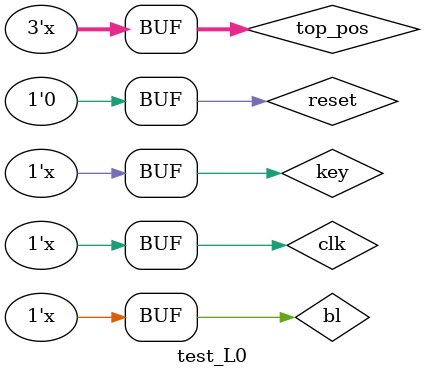
<source format=v>
module L0(Clock, Reset, BL, KEY, TOP_POS, lighton, pt);
	input Clock, Reset, BL, KEY;
	input [2:0] TOP_POS;  //position of the top light
	output lighton; // whether this light should lit
	output signed [3:0] pt; // the points

	wire [1:0] PS;
	reg [1:0] NS;
	
	reg lighton;
	reg [3:0] pt;
	
	parameter [1:0] OFF = 2'b00, ON = 2'b01, PRESS = 2'b10;
	parameter [2:0] no_light_on = 3'b000, _0 = 3'b001, _1 = 3'b010, _2 = 3'b011, _3 = 3'b100, _4 = 3'b101;
	parameter signed [3:0] no_point = 4'b0000, plus_one = 4'b0001, plus_two = 4'b0010, neg_two = 4'b1110;
	
	always @(BL or KEY or TOP_POS or PS)
		case (PS)
			OFF:
				if (BL == 1'b1 && (KEY == 1'b0 || !(TOP_POS == no_light_on))) NS = ON; // when the bottom light is on
																						// and when the key is not pressed or the bottom light		
																						// is not the top light, this light is ON (bubble up)
				/*else if (BL == 1'b1 && (KEY == 1'b1 && (TOP_POS == no_light_on))) NS = PRESS;
																						// when the bottom light is on
																						// and when the key is pressed AND the bottom light		
																						// is the top light, this light is ON (got one off)*/
				else NS = OFF; //nothing qualified for change;
			
			ON:
				if (BL == 1'b1 && (KEY == 1'b0 || !(TOP_POS == no_light_on))) NS = ON; // when the bottom light is on
																						// and when the key is not pressed or the bottom light		
																						// is not the top light, this light is ON (bubble up)
				else if (BL == 1'b1 && (KEY == 1'b1 && (TOP_POS == no_light_on))) NS = PRESS;
																						// when the bottom light is on
																						// and when the key is pressed AND the bottom light		
																						// is the top light, this light is ON (got one off)
				else NS = OFF;
			
			PRESS:
				NS = OFF; // always go back to off (impossible to stay or go to ON)
				
			default:
				NS = 2'bxx;
		endcase 
	
	always @(PS)
		case (PS)
			OFF:
				begin
					lighton = 1'b0;
					pt = no_point;
				end
			ON:
				begin
					lighton = 1'b1;
					pt = no_point;
				end
			PRESS:
				begin
					lighton = 1'b0;
					pt = neg_two;
				end
			default:
				begin
					lighton = 1'bx;
					pt = 2'bxx;
				end
		endcase
	
	D_FF dff0 (PS[0], NS[0], Reset, Clock);
	D_FF dff1 (PS[1], NS[1], Reset, Clock);
endmodule

module test_L0;
	reg clk, reset, bl, key;
	reg [2:0] top_pos;
	
	wire lit;
	wire [1:0] pt;
	
	parameter cc = 10;
	
	//L0(Clock, Reset, BL, KEY, TOP_POS, lighton, pt);
	L0 L (clk, reset, bl, key, top_pos, lit, pt);
	
	always
		#cc clk = ~clk;
		
	always
		#(2*cc) top_pos = top_pos + 1;
		
	always
		#(4*cc) bl = ~bl;
	
	always
		#(5*cc) key = ~key;
		
	initial
	begin
		reset = 1;
		clk = 0;
		top_pos = 3'b000;
		bl = 0;
		key = 0;
		#cc reset = 0;
		//#(cc) reset = 0;
		//#cc key = 1;
		//#cc bl = 1;
	end
endmodule 
</source>
